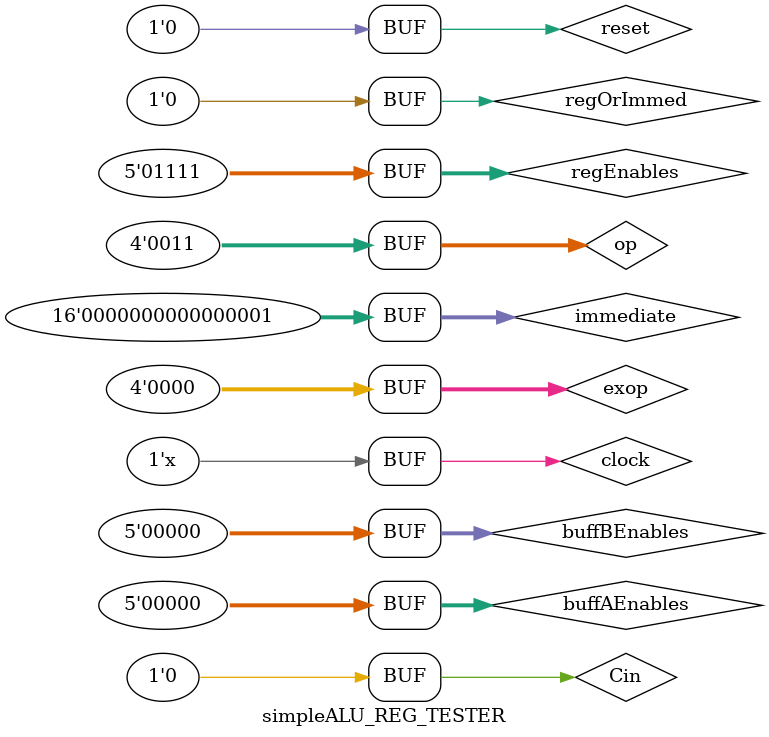
<source format=v>
`timescale 1ns / 1ps


module simpleALU_REG_TESTER;

	// Inputs
	reg [15:0] immediate;
	reg [4:0] regEnables;
	reg [4:0] buffAEnables;
	reg [4:0] buffBEnables;
	reg Cin;
	reg regOrImmed;
	reg clock;
	reg reset;
	reg [3:0] op;
	reg [3:0] exop;

	// Outputs
	wire [4:0] flagsOutput;
	wire [15:0] regOut15;

	// Instantiate the Unit Under Test (UUT)
	ALURegIntegration uut (
		.immediate(immediate), 
		.regEnables(regEnables), 
		.buffAEnables(buffAEnables), 
		.buffBEnables(buffBEnables), 
		.Cin(Cin), 
		.regOrImmed(regOrImmed), 
		.clock(clock), 
		.reset(reset), 
		.op(op), 
		.exop(exop), 
		.flagsOutput(flagsOutput), 
		.regOut15(regOut15)
	);

	initial begin
		// Initialize Inputs
		immediate = 0;
		regEnables = 0;
		buffAEnables = 0;
		buffBEnables = 0;
		Cin = 0;
		regOrImmed = 0;
		clock = 0;
		reset = 1;
		op = 0;
		exop = 0;

		// Wait 100 ns for global reset to finish
		#100;
        reset=0;
		  #10;
		 immediate = 1;
		regEnables = 5'd15;
		buffAEnables = 0;
		buffBEnables = 0;
		Cin = 0;
		regOrImmed = 0;
		reset = 0;
		op = 4'b0011;
		exop = 0; 
		// Add stimulus here

	end
      always #1 clock=~clock;
endmodule


</source>
